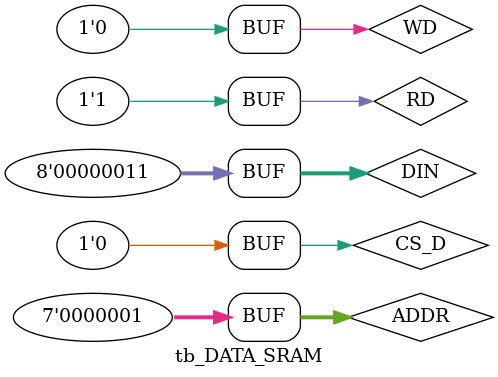
<source format=v>
`timescale 1ns / 1ns

module tb_DATA_SRAM;
    reg WD;
    reg RD;
    reg CS_D;
    reg [7:0] DIN;
    reg [6:0] ADDR;
    // outports wire
    wire [7:0] 	DOUT;

    DATA_SRAM u_DATA_SRAM(
                  .WD   	( WD    ),
                  .RD   	( RD    ),
                  .CS_D 	( CS_D  ),
                  .DIN  	( DIN   ),
                  .ADDR 	( ADDR  ),
                  .DOUT 	( DOUT  )
              );


    initial begin
        CS_D<=1'd1;
        DIN<=8'b0000_0001;
        ADDR<=0;
        RD<=0;
        WD<=1;
        #10
         CS_D<=1'd0;
        #10
         CS_D<=1'd1;
        DIN<=8'b0000_0011;
        ADDR<=1;
        #10
         CS_D<=1'd0;
        #10
         CS_D<=1'd1;
        RD<=1;
        WD<=0;
        ADDR<=0;
        #10
        CS_D<=1'd0;
        #10
        CS_D<=1'd1;
        ADDR<=7'd1;
        #10
        CS_D<=1'd0;
    end



endmodule

</source>
